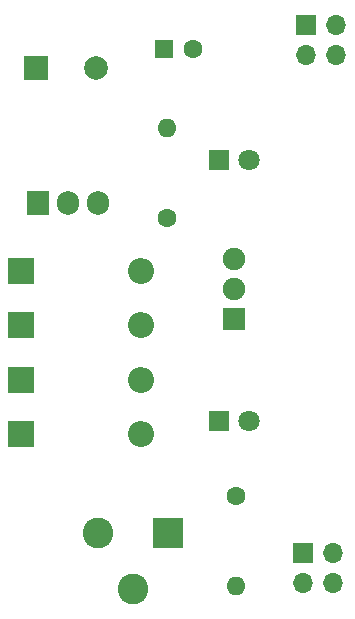
<source format=gbs>
%TF.GenerationSoftware,KiCad,Pcbnew,(5.1.7)-1*%
%TF.CreationDate,2020-12-23T17:26:38-03:00*%
%TF.ProjectId,Breadboard Power Supply,42726561-6462-46f6-9172-6420506f7765,-*%
%TF.SameCoordinates,Original*%
%TF.FileFunction,Soldermask,Bot*%
%TF.FilePolarity,Negative*%
%FSLAX46Y46*%
G04 Gerber Fmt 4.6, Leading zero omitted, Abs format (unit mm)*
G04 Created by KiCad (PCBNEW (5.1.7)-1) date 2020-12-23 17:26:38*
%MOMM*%
%LPD*%
G01*
G04 APERTURE LIST*
%ADD10R,2.000000X2.000000*%
%ADD11C,2.000000*%
%ADD12R,1.600000X1.600000*%
%ADD13C,1.600000*%
%ADD14O,2.200000X2.200000*%
%ADD15R,2.200000X2.200000*%
%ADD16R,1.800000X1.800000*%
%ADD17C,1.800000*%
%ADD18R,2.600000X2.600000*%
%ADD19C,2.600000*%
%ADD20R,1.700000X1.700000*%
%ADD21O,1.700000X1.700000*%
%ADD22O,1.600000X1.600000*%
%ADD23R,1.900000X1.900000*%
%ADD24C,1.900000*%
%ADD25R,1.905000X2.000000*%
%ADD26O,1.905000X2.000000*%
G04 APERTURE END LIST*
D10*
%TO.C,C1*%
X117348000Y-68834000D03*
D11*
X122348000Y-68834000D03*
%TD*%
D12*
%TO.C,C2*%
X128143000Y-67183000D03*
D13*
X130643000Y-67183000D03*
%TD*%
D14*
%TO.C,D1*%
X126238000Y-95207666D03*
D15*
X116078000Y-95207666D03*
%TD*%
D14*
%TO.C,D2*%
X126238000Y-85979000D03*
D15*
X116078000Y-85979000D03*
%TD*%
%TO.C,D3*%
X116078000Y-99822000D03*
D14*
X126238000Y-99822000D03*
%TD*%
D15*
%TO.C,D4*%
X116078000Y-90593333D03*
D14*
X126238000Y-90593333D03*
%TD*%
D16*
%TO.C,D5*%
X132842000Y-98679000D03*
D17*
X135382000Y-98679000D03*
%TD*%
%TO.C,D6*%
X135382000Y-76581000D03*
D16*
X132842000Y-76581000D03*
%TD*%
D18*
%TO.C,J1*%
X128524000Y-108204000D03*
D19*
X122524000Y-108204000D03*
X125524000Y-112904000D03*
%TD*%
D20*
%TO.C,J2*%
X140208000Y-65151000D03*
D21*
X142748000Y-65151000D03*
X140208000Y-67691000D03*
X142748000Y-67691000D03*
%TD*%
%TO.C,J3*%
X142494000Y-112395000D03*
X139954000Y-112395000D03*
X142494000Y-109855000D03*
D20*
X139954000Y-109855000D03*
%TD*%
D13*
%TO.C,R1*%
X134239000Y-105029000D03*
D22*
X134239000Y-112649000D03*
%TD*%
%TO.C,R2*%
X128397000Y-73914000D03*
D13*
X128397000Y-81534000D03*
%TD*%
D23*
%TO.C,SW1*%
X134112000Y-90010000D03*
D24*
X134112000Y-87510000D03*
X134112000Y-85010000D03*
%TD*%
D25*
%TO.C,U1*%
X117475000Y-80264000D03*
D26*
X120015000Y-80264000D03*
X122555000Y-80264000D03*
%TD*%
M02*

</source>
